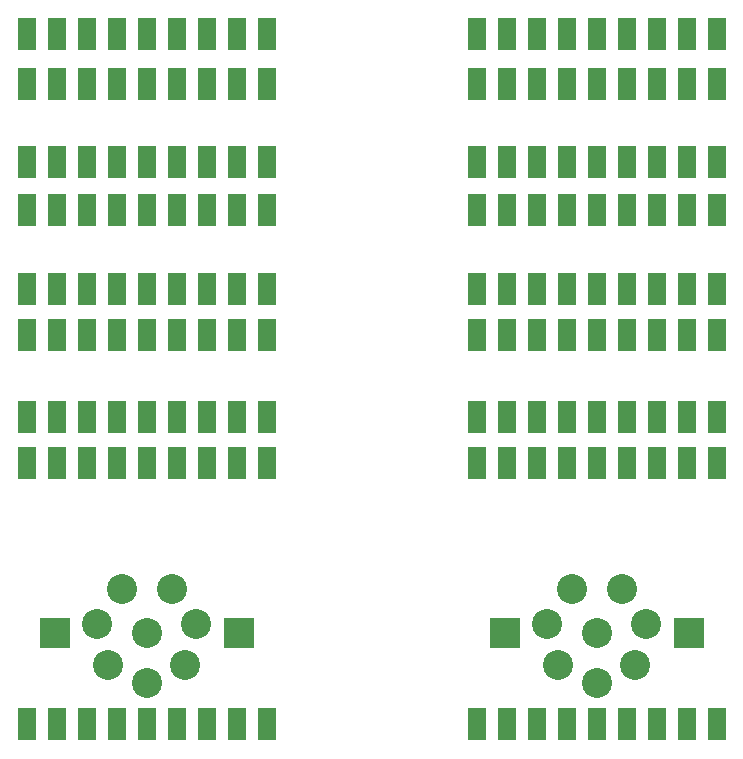
<source format=gbr>
%TF.GenerationSoftware,KiCad,Pcbnew,6.0.11-2627ca5db0~126~ubuntu22.04.1*%
%TF.CreationDate,2023-03-29T10:33:59-07:00*%
%TF.ProjectId,GX16-8P-Horizontal Slot Test,47583136-2d38-4502-9d48-6f72697a6f6e,rev?*%
%TF.SameCoordinates,Original*%
%TF.FileFunction,Soldermask,Top*%
%TF.FilePolarity,Negative*%
%FSLAX46Y46*%
G04 Gerber Fmt 4.6, Leading zero omitted, Abs format (unit mm)*
G04 Created by KiCad (PCBNEW 6.0.11-2627ca5db0~126~ubuntu22.04.1) date 2023-03-29 10:33:59*
%MOMM*%
%LPD*%
G01*
G04 APERTURE LIST*
%ADD10C,2.540000*%
%ADD11R,2.540000X2.540000*%
%ADD12R,1.524000X2.794000*%
G04 APERTURE END LIST*
D10*
%TO.C,J1*%
X118525000Y-78869000D03*
X116465000Y-81812000D03*
X117394000Y-85282000D03*
X120650000Y-86800000D03*
X123906000Y-85282000D03*
X124835000Y-81812000D03*
X122775000Y-78869000D03*
X120650000Y-82550000D03*
D11*
X112850000Y-82550000D03*
X128450000Y-82550000D03*
%TD*%
D12*
%TO.C,J19*%
X148590000Y-42672000D03*
X151130000Y-42672000D03*
X153670000Y-42672000D03*
X156210000Y-42672000D03*
X158750000Y-42672000D03*
X161290000Y-42672000D03*
X163830000Y-42672000D03*
X166370000Y-42672000D03*
X168910000Y-42672000D03*
%TD*%
%TO.C,J5*%
X110490000Y-68148000D03*
X113030000Y-68148000D03*
X115570000Y-68148000D03*
X118110000Y-68148000D03*
X120650000Y-68148000D03*
X123190000Y-68148000D03*
X125730000Y-68148000D03*
X128270000Y-68148000D03*
X130810000Y-68148000D03*
%TD*%
%TO.C,J7*%
X110490000Y-57326000D03*
X113030000Y-57326000D03*
X115570000Y-57326000D03*
X118110000Y-57326000D03*
X120650000Y-57326000D03*
X123190000Y-57326000D03*
X125730000Y-57326000D03*
X128270000Y-57326000D03*
X130810000Y-57326000D03*
%TD*%
%TO.C,J15*%
X148590000Y-64262000D03*
X151130000Y-64262000D03*
X153670000Y-64262000D03*
X156210000Y-64262000D03*
X158750000Y-64262000D03*
X161290000Y-64262000D03*
X163830000Y-64262000D03*
X166370000Y-64262000D03*
X168910000Y-64262000D03*
%TD*%
%TO.C,J21*%
X148590000Y-31877000D03*
X151130000Y-31877000D03*
X153670000Y-31877000D03*
X156210000Y-31877000D03*
X158750000Y-31877000D03*
X161290000Y-31877000D03*
X163830000Y-31877000D03*
X166370000Y-31877000D03*
X168910000Y-31877000D03*
%TD*%
%TO.C,J11*%
X110490000Y-36063000D03*
X113030000Y-36063000D03*
X115570000Y-36063000D03*
X118110000Y-36063000D03*
X120650000Y-36063000D03*
X123190000Y-36063000D03*
X125730000Y-36063000D03*
X128270000Y-36063000D03*
X130810000Y-36063000D03*
%TD*%
%TO.C,J2*%
X110490000Y-90297000D03*
X113030000Y-90297000D03*
X115570000Y-90297000D03*
X118110000Y-90297000D03*
X120650000Y-90297000D03*
X123190000Y-90297000D03*
X125730000Y-90297000D03*
X128270000Y-90297000D03*
X130810000Y-90297000D03*
%TD*%
%TO.C,J13*%
X148590000Y-90297000D03*
X151130000Y-90297000D03*
X153670000Y-90297000D03*
X156210000Y-90297000D03*
X158750000Y-90297000D03*
X161290000Y-90297000D03*
X163830000Y-90297000D03*
X166370000Y-90297000D03*
X168910000Y-90297000D03*
%TD*%
%TO.C,J20*%
X148590000Y-46758000D03*
X151130000Y-46758000D03*
X153670000Y-46758000D03*
X156210000Y-46758000D03*
X158750000Y-46758000D03*
X161290000Y-46758000D03*
X163830000Y-46758000D03*
X166370000Y-46758000D03*
X168910000Y-46758000D03*
%TD*%
%TO.C,J17*%
X148590000Y-53467000D03*
X151130000Y-53467000D03*
X153670000Y-53467000D03*
X156210000Y-53467000D03*
X158750000Y-53467000D03*
X161290000Y-53467000D03*
X163830000Y-53467000D03*
X166370000Y-53467000D03*
X168910000Y-53467000D03*
%TD*%
D10*
%TO.C,J12*%
X156625000Y-78869000D03*
X154565000Y-81812000D03*
X155494000Y-85282000D03*
X158750000Y-86800000D03*
X162006000Y-85282000D03*
X162935000Y-81812000D03*
X160875000Y-78869000D03*
X158750000Y-82550000D03*
D11*
X150950000Y-82550000D03*
X166550000Y-82550000D03*
%TD*%
D12*
%TO.C,J18*%
X148590000Y-57326000D03*
X151130000Y-57326000D03*
X153670000Y-57326000D03*
X156210000Y-57326000D03*
X158750000Y-57326000D03*
X161290000Y-57326000D03*
X163830000Y-57326000D03*
X166370000Y-57326000D03*
X168910000Y-57326000D03*
%TD*%
%TO.C,J8*%
X110490000Y-42672000D03*
X113030000Y-42672000D03*
X115570000Y-42672000D03*
X118110000Y-42672000D03*
X120650000Y-42672000D03*
X123190000Y-42672000D03*
X125730000Y-42672000D03*
X128270000Y-42672000D03*
X130810000Y-42672000D03*
%TD*%
%TO.C,J22*%
X148590000Y-36063000D03*
X151130000Y-36063000D03*
X153670000Y-36063000D03*
X156210000Y-36063000D03*
X158750000Y-36063000D03*
X161290000Y-36063000D03*
X163830000Y-36063000D03*
X166370000Y-36063000D03*
X168910000Y-36063000D03*
%TD*%
%TO.C,J4*%
X110490000Y-64262000D03*
X113030000Y-64262000D03*
X115570000Y-64262000D03*
X118110000Y-64262000D03*
X120650000Y-64262000D03*
X123190000Y-64262000D03*
X125730000Y-64262000D03*
X128270000Y-64262000D03*
X130810000Y-64262000D03*
%TD*%
%TO.C,J9*%
X110490000Y-46758000D03*
X113030000Y-46758000D03*
X115570000Y-46758000D03*
X118110000Y-46758000D03*
X120650000Y-46758000D03*
X123190000Y-46758000D03*
X125730000Y-46758000D03*
X128270000Y-46758000D03*
X130810000Y-46758000D03*
%TD*%
%TO.C,J10*%
X110490000Y-31877000D03*
X113030000Y-31877000D03*
X115570000Y-31877000D03*
X118110000Y-31877000D03*
X120650000Y-31877000D03*
X123190000Y-31877000D03*
X125730000Y-31877000D03*
X128270000Y-31877000D03*
X130810000Y-31877000D03*
%TD*%
%TO.C,J6*%
X110490000Y-53467000D03*
X113030000Y-53467000D03*
X115570000Y-53467000D03*
X118110000Y-53467000D03*
X120650000Y-53467000D03*
X123190000Y-53467000D03*
X125730000Y-53467000D03*
X128270000Y-53467000D03*
X130810000Y-53467000D03*
%TD*%
%TO.C,J16*%
X148590000Y-68148000D03*
X151130000Y-68148000D03*
X153670000Y-68148000D03*
X156210000Y-68148000D03*
X158750000Y-68148000D03*
X161290000Y-68148000D03*
X163830000Y-68148000D03*
X166370000Y-68148000D03*
X168910000Y-68148000D03*
%TD*%
M02*

</source>
